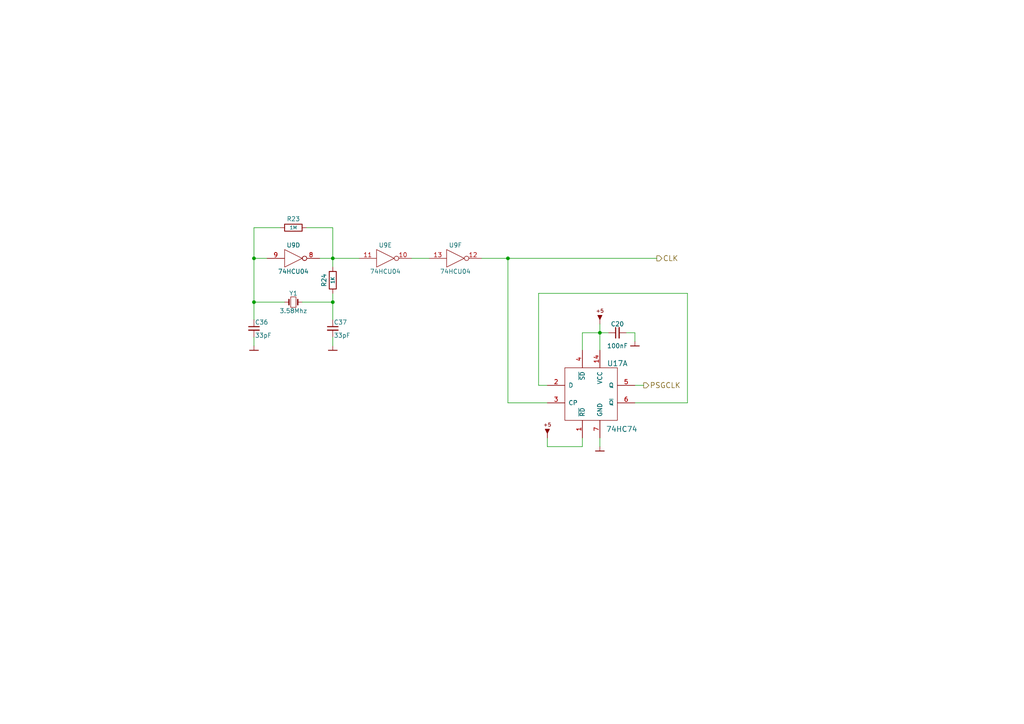
<source format=kicad_sch>
(kicad_sch
	(version 20231120)
	(generator "eeschema")
	(generator_version "8.0")
	(uuid "0ce1dd44-f307-4f98-9f0d-478fd87daa64")
	(paper "A4")
	(lib_symbols
		(symbol "artemisa:74HC74"
			(pin_names
				(offset 1.016)
			)
			(exclude_from_sim no)
			(in_bom yes)
			(on_board yes)
			(property "Reference" "U"
				(at -6.35 8.89 0)
				(effects
					(font
						(size 1.524 1.524)
					)
				)
			)
			(property "Value" "74HC74"
				(at 12.7 -6.35 0)
				(effects
					(font
						(size 1.524 1.524)
					)
				)
			)
			(property "Footprint" ""
				(at -2.54 -5.08 0)
				(effects
					(font
						(size 1.524 1.524)
					)
					(hide yes)
				)
			)
			(property "Datasheet" ""
				(at -2.54 -5.08 0)
				(effects
					(font
						(size 1.524 1.524)
					)
					(hide yes)
				)
			)
			(property "Description" ""
				(at 0 0 0)
				(effects
					(font
						(size 1.27 1.27)
					)
					(hide yes)
				)
			)
			(symbol "74HC74_1_1"
				(rectangle
					(start -7.62 7.62)
					(end 7.62 -7.62)
					(stroke
						(width 0)
						(type default)
					)
					(fill
						(type none)
					)
				)
				(pin input line
					(at -2.54 -12.7 90)
					(length 5.08)
					(name "~{RD}"
						(effects
							(font
								(size 1.27 1.27)
							)
						)
					)
					(number "1"
						(effects
							(font
								(size 1.27 1.27)
							)
						)
					)
				)
				(pin power_in line
					(at 2.54 12.7 270)
					(length 5.08)
					(name "VCC"
						(effects
							(font
								(size 1.27 1.27)
							)
						)
					)
					(number "14"
						(effects
							(font
								(size 1.27 1.27)
							)
						)
					)
				)
				(pin input line
					(at -12.7 2.54 0)
					(length 5.08)
					(name "D"
						(effects
							(font
								(size 1.27 1.27)
							)
						)
					)
					(number "2"
						(effects
							(font
								(size 1.27 1.27)
							)
						)
					)
				)
				(pin input line
					(at -12.7 -2.54 0)
					(length 5.08)
					(name "CP"
						(effects
							(font
								(size 1.27 1.27)
							)
						)
					)
					(number "3"
						(effects
							(font
								(size 1.27 1.27)
							)
						)
					)
				)
				(pin input line
					(at -2.54 12.7 270)
					(length 5.08)
					(name "~{SD}"
						(effects
							(font
								(size 1.27 1.27)
							)
						)
					)
					(number "4"
						(effects
							(font
								(size 1.27 1.27)
							)
						)
					)
				)
				(pin output line
					(at 12.7 2.54 180)
					(length 5.08)
					(name "Q"
						(effects
							(font
								(size 1.27 1.27)
							)
						)
					)
					(number "5"
						(effects
							(font
								(size 1.27 1.27)
							)
						)
					)
				)
				(pin output line
					(at 12.7 -2.54 180)
					(length 5.08)
					(name "~{Q}"
						(effects
							(font
								(size 1.27 1.27)
							)
						)
					)
					(number "6"
						(effects
							(font
								(size 1.27 1.27)
							)
						)
					)
				)
				(pin power_in line
					(at 2.54 -12.7 90)
					(length 5.08)
					(name "GND"
						(effects
							(font
								(size 1.27 1.27)
							)
						)
					)
					(number "7"
						(effects
							(font
								(size 1.27 1.27)
							)
						)
					)
				)
			)
			(symbol "74HC74_2_1"
				(rectangle
					(start -5.08 7.62)
					(end 5.08 -7.62)
					(stroke
						(width 0)
						(type default)
					)
					(fill
						(type none)
					)
				)
				(pin input line
					(at 0 12.7 270)
					(length 5.08)
					(name "~{SD}"
						(effects
							(font
								(size 1.27 1.27)
							)
						)
					)
					(number "10"
						(effects
							(font
								(size 1.27 1.27)
							)
						)
					)
				)
				(pin input line
					(at -10.16 -2.54 0)
					(length 5.08)
					(name "CP"
						(effects
							(font
								(size 1.27 1.27)
							)
						)
					)
					(number "11"
						(effects
							(font
								(size 1.27 1.27)
							)
						)
					)
				)
				(pin input line
					(at -10.16 2.54 0)
					(length 5.08)
					(name "D"
						(effects
							(font
								(size 1.27 1.27)
							)
						)
					)
					(number "12"
						(effects
							(font
								(size 1.27 1.27)
							)
						)
					)
				)
				(pin input line
					(at 0 -12.7 90)
					(length 5.08)
					(name "~{RD}"
						(effects
							(font
								(size 1.27 1.27)
							)
						)
					)
					(number "13"
						(effects
							(font
								(size 1.27 1.27)
							)
						)
					)
				)
				(pin output line
					(at 10.16 -2.54 180)
					(length 5.08)
					(name "~{Q}"
						(effects
							(font
								(size 1.27 1.27)
							)
						)
					)
					(number "8"
						(effects
							(font
								(size 1.27 1.27)
							)
						)
					)
				)
				(pin output line
					(at 10.16 2.54 180)
					(length 5.08)
					(name "Q"
						(effects
							(font
								(size 1.27 1.27)
							)
						)
					)
					(number "9"
						(effects
							(font
								(size 1.27 1.27)
							)
						)
					)
				)
			)
		)
		(symbol "artemisa:74HCU04"
			(pin_names
				(offset 0.762) hide)
			(exclude_from_sim no)
			(in_bom yes)
			(on_board yes)
			(property "Reference" "U"
				(at -7.62 2.54 0)
				(effects
					(font
						(size 1.27 1.27)
					)
				)
			)
			(property "Value" "74HCU04"
				(at -6.35 -1.27 0)
				(effects
					(font
						(size 1.27 1.27)
					)
				)
			)
			(property "Footprint" ""
				(at 0 0 0)
				(effects
					(font
						(size 1.27 1.27)
					)
					(hide yes)
				)
			)
			(property "Datasheet" ""
				(at 0 0 0)
				(effects
					(font
						(size 1.27 1.27)
					)
					(hide yes)
				)
			)
			(property "Description" ""
				(at 0 0 0)
				(effects
					(font
						(size 1.27 1.27)
					)
					(hide yes)
				)
			)
			(symbol "74HCU04_1_1"
				(polyline
					(pts
						(xy -2.54 -2.54) (xy -2.54 2.54) (xy 2.54 0) (xy -2.54 -2.54)
					)
					(stroke
						(width 0)
						(type default)
					)
					(fill
						(type none)
					)
				)
				(text "GND"
					(at 1.27 -3.81 900)
					(effects
						(font
							(size 0.762 0.762)
						)
					)
				)
				(text "VCC"
					(at 1.27 3.81 900)
					(effects
						(font
							(size 0.762 0.762)
						)
					)
				)
				(pin input line
					(at -7.62 0 0)
					(length 5.0038)
					(name "~"
						(effects
							(font
								(size 1.27 1.27)
							)
						)
					)
					(number "1"
						(effects
							(font
								(size 1.27 1.27)
							)
						)
					)
				)
				(pin power_in line
					(at 0 5.08 270)
					(length 3.81)
					(name "VCC"
						(effects
							(font
								(size 1.27 1.27)
							)
						)
					)
					(number "14"
						(effects
							(font
								(size 0.762 0.762)
							)
						)
					)
				)
				(pin output inverted
					(at 7.62 0 180)
					(length 5.0038)
					(name "~"
						(effects
							(font
								(size 1.27 1.27)
							)
						)
					)
					(number "2"
						(effects
							(font
								(size 1.27 1.27)
							)
						)
					)
				)
				(pin power_in line
					(at 0 -5.08 90)
					(length 3.81)
					(name "GND"
						(effects
							(font
								(size 1.27 1.27)
							)
						)
					)
					(number "7"
						(effects
							(font
								(size 0.762 0.762)
							)
						)
					)
				)
			)
			(symbol "74HCU04_1_2"
				(polyline
					(pts
						(xy -2.54 2.54) (xy -2.54 -2.54) (xy 2.54 0) (xy -2.54 2.54)
					)
					(stroke
						(width 0)
						(type default)
					)
					(fill
						(type none)
					)
				)
				(pin input inverted
					(at -7.62 0 0)
					(length 5.08)
					(name "~"
						(effects
							(font
								(size 1.27 1.27)
							)
						)
					)
					(number "1"
						(effects
							(font
								(size 1.27 1.27)
							)
						)
					)
				)
				(pin output line
					(at 7.62 0 180)
					(length 5.08)
					(name "~"
						(effects
							(font
								(size 1.27 1.27)
							)
						)
					)
					(number "2"
						(effects
							(font
								(size 1.27 1.27)
							)
						)
					)
				)
			)
			(symbol "74HCU04_2_1"
				(polyline
					(pts
						(xy -2.54 2.54) (xy -2.54 -2.54) (xy 2.54 0) (xy -2.54 2.54)
					)
					(stroke
						(width 0)
						(type default)
					)
					(fill
						(type none)
					)
				)
				(pin input line
					(at -7.62 0 0)
					(length 5.0038)
					(name "~"
						(effects
							(font
								(size 1.27 1.27)
							)
						)
					)
					(number "3"
						(effects
							(font
								(size 1.27 1.27)
							)
						)
					)
				)
				(pin output inverted
					(at 7.62 0 180)
					(length 5.0038)
					(name "~"
						(effects
							(font
								(size 1.27 1.27)
							)
						)
					)
					(number "4"
						(effects
							(font
								(size 1.27 1.27)
							)
						)
					)
				)
			)
			(symbol "74HCU04_2_2"
				(polyline
					(pts
						(xy -2.54 2.54) (xy -2.54 -2.54) (xy 2.54 0) (xy -2.54 2.54)
					)
					(stroke
						(width 0)
						(type default)
					)
					(fill
						(type none)
					)
				)
				(pin input inverted
					(at -7.62 0 0)
					(length 5.08)
					(name "~"
						(effects
							(font
								(size 1.27 1.27)
							)
						)
					)
					(number "3"
						(effects
							(font
								(size 1.27 1.27)
							)
						)
					)
				)
				(pin output line
					(at 7.62 0 180)
					(length 5.08)
					(name "~"
						(effects
							(font
								(size 1.27 1.27)
							)
						)
					)
					(number "4"
						(effects
							(font
								(size 1.27 1.27)
							)
						)
					)
				)
			)
			(symbol "74HCU04_3_1"
				(polyline
					(pts
						(xy -2.54 2.54) (xy -2.54 -2.54) (xy 2.54 0) (xy -2.54 2.54)
					)
					(stroke
						(width 0)
						(type default)
					)
					(fill
						(type none)
					)
				)
				(pin input line
					(at -7.62 0 0)
					(length 5.0038)
					(name "~"
						(effects
							(font
								(size 1.27 1.27)
							)
						)
					)
					(number "5"
						(effects
							(font
								(size 1.27 1.27)
							)
						)
					)
				)
				(pin output inverted
					(at 7.62 0 180)
					(length 5.0038)
					(name "~"
						(effects
							(font
								(size 1.27 1.27)
							)
						)
					)
					(number "6"
						(effects
							(font
								(size 1.27 1.27)
							)
						)
					)
				)
			)
			(symbol "74HCU04_3_2"
				(polyline
					(pts
						(xy -2.54 2.54) (xy -2.54 -2.54) (xy 2.54 0) (xy -2.54 2.54)
					)
					(stroke
						(width 0)
						(type default)
					)
					(fill
						(type none)
					)
				)
				(pin input inverted
					(at -7.62 0 0)
					(length 5.08)
					(name "~"
						(effects
							(font
								(size 1.27 1.27)
							)
						)
					)
					(number "5"
						(effects
							(font
								(size 1.27 1.27)
							)
						)
					)
				)
				(pin output line
					(at 7.62 0 180)
					(length 5.08)
					(name "~"
						(effects
							(font
								(size 1.27 1.27)
							)
						)
					)
					(number "6"
						(effects
							(font
								(size 1.27 1.27)
							)
						)
					)
				)
			)
			(symbol "74HCU04_4_1"
				(polyline
					(pts
						(xy -2.54 2.54) (xy -2.54 -2.54) (xy 2.54 0) (xy -2.54 2.54)
					)
					(stroke
						(width 0)
						(type default)
					)
					(fill
						(type none)
					)
				)
				(pin output inverted
					(at 7.62 0 180)
					(length 5.0038)
					(name "~"
						(effects
							(font
								(size 1.27 1.27)
							)
						)
					)
					(number "8"
						(effects
							(font
								(size 1.27 1.27)
							)
						)
					)
				)
				(pin input line
					(at -7.62 0 0)
					(length 5.0038)
					(name "~"
						(effects
							(font
								(size 1.27 1.27)
							)
						)
					)
					(number "9"
						(effects
							(font
								(size 1.27 1.27)
							)
						)
					)
				)
			)
			(symbol "74HCU04_4_2"
				(polyline
					(pts
						(xy -2.54 2.54) (xy -2.54 -2.54) (xy 2.54 0) (xy -2.54 2.54)
					)
					(stroke
						(width 0)
						(type default)
					)
					(fill
						(type none)
					)
				)
				(pin output line
					(at 7.62 0 180)
					(length 5.08)
					(name "~"
						(effects
							(font
								(size 1.27 1.27)
							)
						)
					)
					(number "8"
						(effects
							(font
								(size 1.27 1.27)
							)
						)
					)
				)
				(pin input inverted
					(at -7.62 0 0)
					(length 5.08)
					(name "~"
						(effects
							(font
								(size 1.27 1.27)
							)
						)
					)
					(number "9"
						(effects
							(font
								(size 1.27 1.27)
							)
						)
					)
				)
			)
			(symbol "74HCU04_5_1"
				(polyline
					(pts
						(xy -2.54 2.54) (xy -2.54 -2.54) (xy 2.54 0) (xy -2.54 2.54)
					)
					(stroke
						(width 0)
						(type default)
					)
					(fill
						(type none)
					)
				)
				(pin output inverted
					(at 7.62 0 180)
					(length 5.0038)
					(name "~"
						(effects
							(font
								(size 1.27 1.27)
							)
						)
					)
					(number "10"
						(effects
							(font
								(size 1.27 1.27)
							)
						)
					)
				)
				(pin input line
					(at -7.62 0 0)
					(length 5.0038)
					(name "~"
						(effects
							(font
								(size 1.27 1.27)
							)
						)
					)
					(number "11"
						(effects
							(font
								(size 1.27 1.27)
							)
						)
					)
				)
			)
			(symbol "74HCU04_5_2"
				(polyline
					(pts
						(xy -2.54 2.54) (xy -2.54 -2.54) (xy 2.54 0) (xy -2.54 2.54)
					)
					(stroke
						(width 0)
						(type default)
					)
					(fill
						(type none)
					)
				)
				(pin output line
					(at 7.62 0 180)
					(length 5.08)
					(name "~"
						(effects
							(font
								(size 1.27 1.27)
							)
						)
					)
					(number "10"
						(effects
							(font
								(size 1.27 1.27)
							)
						)
					)
				)
				(pin input inverted
					(at -7.62 0 0)
					(length 5.08)
					(name "~"
						(effects
							(font
								(size 1.27 1.27)
							)
						)
					)
					(number "11"
						(effects
							(font
								(size 1.27 1.27)
							)
						)
					)
				)
			)
			(symbol "74HCU04_6_1"
				(polyline
					(pts
						(xy -2.54 2.54) (xy -2.54 -2.54) (xy 2.54 0) (xy -2.54 2.54)
					)
					(stroke
						(width 0)
						(type default)
					)
					(fill
						(type none)
					)
				)
				(pin output inverted
					(at 7.62 0 180)
					(length 5.0038)
					(name "~"
						(effects
							(font
								(size 1.27 1.27)
							)
						)
					)
					(number "12"
						(effects
							(font
								(size 1.27 1.27)
							)
						)
					)
				)
				(pin input line
					(at -7.62 0 0)
					(length 5.0038)
					(name "~"
						(effects
							(font
								(size 1.27 1.27)
							)
						)
					)
					(number "13"
						(effects
							(font
								(size 1.27 1.27)
							)
						)
					)
				)
			)
			(symbol "74HCU04_6_2"
				(polyline
					(pts
						(xy -2.54 2.54) (xy -2.54 -2.54) (xy 2.54 0) (xy -2.54 2.54)
					)
					(stroke
						(width 0)
						(type default)
					)
					(fill
						(type none)
					)
				)
				(pin output line
					(at 7.62 0 180)
					(length 5.08)
					(name "~"
						(effects
							(font
								(size 1.27 1.27)
							)
						)
					)
					(number "12"
						(effects
							(font
								(size 1.27 1.27)
							)
						)
					)
				)
				(pin input inverted
					(at -7.62 0 0)
					(length 5.08)
					(name "~"
						(effects
							(font
								(size 1.27 1.27)
							)
						)
					)
					(number "13"
						(effects
							(font
								(size 1.27 1.27)
							)
						)
					)
				)
			)
		)
		(symbol "artemisa:Cap"
			(pin_numbers hide)
			(pin_names
				(offset 0.254) hide)
			(exclude_from_sim no)
			(in_bom yes)
			(on_board yes)
			(property "Reference" "C"
				(at 0.254 1.778 0)
				(effects
					(font
						(size 1.27 1.27)
					)
					(justify left)
				)
			)
			(property "Value" "Cap"
				(at 0.254 -2.032 0)
				(effects
					(font
						(size 1.27 1.27)
					)
					(justify left)
				)
			)
			(property "Footprint" ""
				(at 0 0 0)
				(effects
					(font
						(size 1.27 1.27)
					)
					(hide yes)
				)
			)
			(property "Datasheet" ""
				(at 0 0 0)
				(effects
					(font
						(size 1.27 1.27)
					)
					(hide yes)
				)
			)
			(property "Description" ""
				(at 0 0 0)
				(effects
					(font
						(size 1.27 1.27)
					)
					(hide yes)
				)
			)
			(property "ki_fp_filters" "C_*"
				(at 0 0 0)
				(effects
					(font
						(size 1.27 1.27)
					)
					(hide yes)
				)
			)
			(symbol "Cap_0_1"
				(polyline
					(pts
						(xy -1.524 -0.508) (xy 1.524 -0.508)
					)
					(stroke
						(width 0.3302)
						(type default)
					)
					(fill
						(type none)
					)
				)
				(polyline
					(pts
						(xy -1.524 0.508) (xy 1.524 0.508)
					)
					(stroke
						(width 0.3048)
						(type default)
					)
					(fill
						(type none)
					)
				)
			)
			(symbol "Cap_1_1"
				(pin passive line
					(at 0 2.54 270)
					(length 2.032)
					(name "~"
						(effects
							(font
								(size 1.27 1.27)
							)
						)
					)
					(number "1"
						(effects
							(font
								(size 1.27 1.27)
							)
						)
					)
				)
				(pin passive line
					(at 0 -2.54 90)
					(length 2.032)
					(name "~"
						(effects
							(font
								(size 1.27 1.27)
							)
						)
					)
					(number "2"
						(effects
							(font
								(size 1.27 1.27)
							)
						)
					)
				)
			)
		)
		(symbol "artemisa:Crystal"
			(pin_numbers hide)
			(pin_names
				(offset 1.016) hide)
			(exclude_from_sim no)
			(in_bom yes)
			(on_board yes)
			(property "Reference" "Y"
				(at 0 2.54 0)
				(effects
					(font
						(size 1.27 1.27)
					)
				)
			)
			(property "Value" "Crystal"
				(at 0 -2.54 0)
				(effects
					(font
						(size 1.27 1.27)
					)
				)
			)
			(property "Footprint" ""
				(at 0 0 0)
				(effects
					(font
						(size 1.27 1.27)
					)
					(hide yes)
				)
			)
			(property "Datasheet" ""
				(at 0 0 0)
				(effects
					(font
						(size 1.27 1.27)
					)
					(hide yes)
				)
			)
			(property "Description" ""
				(at 0 0 0)
				(effects
					(font
						(size 1.27 1.27)
					)
					(hide yes)
				)
			)
			(property "ki_fp_filters" "Crystal*"
				(at 0 0 0)
				(effects
					(font
						(size 1.27 1.27)
					)
					(hide yes)
				)
			)
			(symbol "Crystal_0_1"
				(rectangle
					(start -0.762 -1.524)
					(end 0.762 1.524)
					(stroke
						(width 0)
						(type default)
					)
					(fill
						(type none)
					)
				)
				(polyline
					(pts
						(xy -1.27 -0.762) (xy -1.27 0.762)
					)
					(stroke
						(width 0.381)
						(type default)
					)
					(fill
						(type none)
					)
				)
				(polyline
					(pts
						(xy 1.27 -0.762) (xy 1.27 0.762)
					)
					(stroke
						(width 0.381)
						(type default)
					)
					(fill
						(type none)
					)
				)
			)
			(symbol "Crystal_1_1"
				(pin passive line
					(at -2.54 0 0)
					(length 1.27)
					(name "1"
						(effects
							(font
								(size 1.27 1.27)
							)
						)
					)
					(number "1"
						(effects
							(font
								(size 1.27 1.27)
							)
						)
					)
				)
				(pin passive line
					(at 2.54 0 180)
					(length 1.27)
					(name "2"
						(effects
							(font
								(size 1.27 1.27)
							)
						)
					)
					(number "2"
						(effects
							(font
								(size 1.27 1.27)
							)
						)
					)
				)
			)
		)
		(symbol "artemisa:GND"
			(power)
			(pin_numbers hide)
			(pin_names
				(offset 0) hide)
			(exclude_from_sim no)
			(in_bom yes)
			(on_board yes)
			(property "Reference" "#PWR"
				(at 0 -2.54 0)
				(effects
					(font
						(size 1.524 1.524)
					)
					(hide yes)
				)
			)
			(property "Value" "GND"
				(at 0 2.54 0)
				(effects
					(font
						(size 1.524 1.524)
					)
					(hide yes)
				)
			)
			(property "Footprint" ""
				(at 0 0 0)
				(effects
					(font
						(size 1.524 1.524)
					)
					(hide yes)
				)
			)
			(property "Datasheet" ""
				(at 0 0 0)
				(effects
					(font
						(size 1.524 1.524)
					)
					(hide yes)
				)
			)
			(property "Description" ""
				(at 0 0 0)
				(effects
					(font
						(size 1.27 1.27)
					)
					(hide yes)
				)
			)
			(symbol "GND_0_1"
				(polyline
					(pts
						(xy -1.27 -1.27) (xy 1.27 -1.27)
					)
					(stroke
						(width 0.254)
						(type default)
					)
					(fill
						(type none)
					)
				)
			)
			(symbol "GND_1_1"
				(pin power_in line
					(at 0 0 270)
					(length 1.27)
					(name "GND"
						(effects
							(font
								(size 1.27 1.27)
							)
						)
					)
					(number "~"
						(effects
							(font
								(size 1.27 1.27)
							)
						)
					)
				)
			)
		)
		(symbol "artemisa:R"
			(pin_numbers hide)
			(pin_names
				(offset 1.016)
			)
			(exclude_from_sim no)
			(in_bom yes)
			(on_board yes)
			(property "Reference" "R"
				(at 0 -2.54 0)
				(effects
					(font
						(size 1.524 1.524)
					)
				)
			)
			(property "Value" "R"
				(at 0 0 0)
				(effects
					(font
						(size 1.016 1.016)
					)
				)
			)
			(property "Footprint" ""
				(at 0 0 90)
				(effects
					(font
						(size 1.524 1.524)
					)
					(hide yes)
				)
			)
			(property "Datasheet" ""
				(at 0 0 90)
				(effects
					(font
						(size 1.524 1.524)
					)
					(hide yes)
				)
			)
			(property "Description" ""
				(at 0 0 0)
				(effects
					(font
						(size 1.27 1.27)
					)
					(hide yes)
				)
			)
			(symbol "R_1_1"
				(rectangle
					(start 2.54 -1.016)
					(end -2.54 1.016)
					(stroke
						(width 0.254)
						(type default)
					)
					(fill
						(type none)
					)
				)
				(pin passive line
					(at -3.81 0 0)
					(length 1.27)
					(name "~"
						(effects
							(font
								(size 1.27 1.27)
							)
						)
					)
					(number "1"
						(effects
							(font
								(size 1.27 1.27)
							)
						)
					)
				)
				(pin passive line
					(at 3.81 0 180)
					(length 1.27)
					(name "~"
						(effects
							(font
								(size 1.27 1.27)
							)
						)
					)
					(number "2"
						(effects
							(font
								(size 1.27 1.27)
							)
						)
					)
				)
			)
		)
		(symbol "artemisa:VCC"
			(power)
			(pin_numbers hide)
			(pin_names
				(offset 0) hide)
			(exclude_from_sim no)
			(in_bom yes)
			(on_board yes)
			(property "Reference" "#PWR"
				(at 0 -1.27 0)
				(effects
					(font
						(size 1.524 1.524)
					)
					(hide yes)
				)
			)
			(property "Value" "VCC"
				(at 0 6.35 0)
				(effects
					(font
						(size 1.524 1.524)
					)
					(hide yes)
				)
			)
			(property "Footprint" ""
				(at 0 0 0)
				(effects
					(font
						(size 1.524 1.524)
					)
					(hide yes)
				)
			)
			(property "Datasheet" ""
				(at 0 0 0)
				(effects
					(font
						(size 1.524 1.524)
					)
					(hide yes)
				)
			)
			(property "Description" ""
				(at 0 0 0)
				(effects
					(font
						(size 1.27 1.27)
					)
					(hide yes)
				)
			)
			(symbol "VCC_0_0"
				(text "+5"
					(at 0 3.81 0)
					(effects
						(font
							(size 1.016 1.016)
						)
					)
				)
			)
			(symbol "VCC_0_1"
				(polyline
					(pts
						(xy 0 1.27) (xy 0.635 2.54) (xy -0.635 2.54) (xy 0 1.27)
					)
					(stroke
						(width 0)
						(type default)
					)
					(fill
						(type outline)
					)
				)
			)
			(symbol "VCC_1_1"
				(pin power_in line
					(at 0 0 90)
					(length 1.27)
					(name "~"
						(effects
							(font
								(size 1.27 1.27)
							)
						)
					)
					(number "~"
						(effects
							(font
								(size 1.27 1.27)
							)
						)
					)
				)
			)
		)
	)
	(junction
		(at 73.66 87.63)
		(diameter 0)
		(color 0 0 0 0)
		(uuid "2b25e886-ded1-450a-ada1-ece4208052e4")
	)
	(junction
		(at 73.66 74.93)
		(diameter 0)
		(color 0 0 0 0)
		(uuid "5e6153e6-2c19-46de-9a8e-b310a2a07861")
	)
	(junction
		(at 96.52 87.63)
		(diameter 0)
		(color 0 0 0 0)
		(uuid "62f15a9a-9893-486e-9ad0-ea43f88fc9e7")
	)
	(junction
		(at 147.32 74.93)
		(diameter 0)
		(color 0 0 0 0)
		(uuid "a686ed7c-c2d1-4d29-9d54-727faf9fd6bf")
	)
	(junction
		(at 96.52 74.93)
		(diameter 0)
		(color 0 0 0 0)
		(uuid "c15b2f75-2e10-4b71-bebb-e2b872171b92")
	)
	(junction
		(at 173.99 96.52)
		(diameter 0)
		(color 0 0 0 0)
		(uuid "fe6d9604-2924-4f38-950b-a31e8a281973")
	)
	(wire
		(pts
			(xy 173.99 96.52) (xy 173.99 101.6)
		)
		(stroke
			(width 0)
			(type default)
		)
		(uuid "082aed28-f9e8-49e7-96ee-b5aa9f0319c7")
	)
	(wire
		(pts
			(xy 73.66 87.63) (xy 73.66 92.71)
		)
		(stroke
			(width 0)
			(type default)
		)
		(uuid "09bbea88-8bd7-48ec-baae-1b4a9a11a40e")
	)
	(wire
		(pts
			(xy 81.28 66.04) (xy 73.66 66.04)
		)
		(stroke
			(width 0)
			(type default)
		)
		(uuid "0f0f7bb5-ade7-4a81-82b4-43be6a8ad05c")
	)
	(wire
		(pts
			(xy 173.99 96.52) (xy 176.53 96.52)
		)
		(stroke
			(width 0)
			(type default)
		)
		(uuid "10b20c6b-8045-46d1-a965-0d7dd9a1b5fa")
	)
	(wire
		(pts
			(xy 147.32 74.93) (xy 190.5 74.93)
		)
		(stroke
			(width 0)
			(type default)
		)
		(uuid "15189cef-9045-423b-b4f6-a763d4e75704")
	)
	(wire
		(pts
			(xy 73.66 66.04) (xy 73.66 74.93)
		)
		(stroke
			(width 0)
			(type default)
		)
		(uuid "1cacb878-9da4-41fc-aa80-018bc841e19a")
	)
	(wire
		(pts
			(xy 156.21 111.76) (xy 158.75 111.76)
		)
		(stroke
			(width 0)
			(type default)
		)
		(uuid "291935ec-f8ff-41f0-8717-e68b8af7b8c1")
	)
	(wire
		(pts
			(xy 147.32 116.84) (xy 147.32 74.93)
		)
		(stroke
			(width 0)
			(type default)
		)
		(uuid "2a4111b7-8149-4814-9344-3b8119cd75e4")
	)
	(wire
		(pts
			(xy 158.75 116.84) (xy 147.32 116.84)
		)
		(stroke
			(width 0)
			(type default)
		)
		(uuid "35fb7c56-dc85-43f7-b954-81b8040a8500")
	)
	(wire
		(pts
			(xy 73.66 74.93) (xy 73.66 87.63)
		)
		(stroke
			(width 0)
			(type default)
		)
		(uuid "41c18011-40db-4384-9ba4-c0158d0d9d6a")
	)
	(wire
		(pts
			(xy 96.52 87.63) (xy 96.52 92.71)
		)
		(stroke
			(width 0)
			(type default)
		)
		(uuid "4346fe55-f906-453a-b81a-1c013104a598")
	)
	(wire
		(pts
			(xy 173.99 129.54) (xy 173.99 127)
		)
		(stroke
			(width 0)
			(type default)
		)
		(uuid "4e677390-a246-4ca0-954c-746e0870f88f")
	)
	(wire
		(pts
			(xy 96.52 85.09) (xy 96.52 87.63)
		)
		(stroke
			(width 0)
			(type default)
		)
		(uuid "51cc007a-3378-4ce3-909c-71e94822f8d1")
	)
	(wire
		(pts
			(xy 73.66 87.63) (xy 82.55 87.63)
		)
		(stroke
			(width 0)
			(type default)
		)
		(uuid "5576cd03-3bad-40c5-9316-1d286895d52a")
	)
	(wire
		(pts
			(xy 168.91 127) (xy 168.91 129.54)
		)
		(stroke
			(width 0)
			(type default)
		)
		(uuid "560d05a7-84e4-403a-80d1-f287a4032b8a")
	)
	(wire
		(pts
			(xy 96.52 74.93) (xy 92.71 74.93)
		)
		(stroke
			(width 0)
			(type default)
		)
		(uuid "56d2bc5d-fd72-4542-ab0f-053a5fd60efa")
	)
	(wire
		(pts
			(xy 156.21 85.09) (xy 199.39 85.09)
		)
		(stroke
			(width 0)
			(type default)
		)
		(uuid "59f60168-cced-43c9-aaa5-41a1a8a2f631")
	)
	(wire
		(pts
			(xy 139.7 74.93) (xy 147.32 74.93)
		)
		(stroke
			(width 0)
			(type default)
		)
		(uuid "66ca01b3-51ff-4294-9b77-4492e98f6aec")
	)
	(wire
		(pts
			(xy 156.21 111.76) (xy 156.21 85.09)
		)
		(stroke
			(width 0)
			(type default)
		)
		(uuid "73ee7e03-97a8-4121-b568-c25f3934a935")
	)
	(wire
		(pts
			(xy 186.69 111.76) (xy 184.15 111.76)
		)
		(stroke
			(width 0)
			(type default)
		)
		(uuid "74855e0d-40e4-4940-a544-edae9207b2ea")
	)
	(wire
		(pts
			(xy 158.75 129.54) (xy 168.91 129.54)
		)
		(stroke
			(width 0)
			(type default)
		)
		(uuid "7f064424-06a6-4f5b-87d6-1970ae527766")
	)
	(wire
		(pts
			(xy 168.91 96.52) (xy 168.91 101.6)
		)
		(stroke
			(width 0)
			(type default)
		)
		(uuid "82204892-ec79-4d38-a593-52fb9a9b4b87")
	)
	(wire
		(pts
			(xy 73.66 100.33) (xy 73.66 97.79)
		)
		(stroke
			(width 0)
			(type default)
		)
		(uuid "83184391-76ed-44f0-8cd0-01f89f157bdb")
	)
	(wire
		(pts
			(xy 184.15 99.06) (xy 184.15 96.52)
		)
		(stroke
			(width 0)
			(type default)
		)
		(uuid "8b963561-586b-4575-b721-87e7914602c6")
	)
	(wire
		(pts
			(xy 87.63 87.63) (xy 96.52 87.63)
		)
		(stroke
			(width 0)
			(type default)
		)
		(uuid "96ef76a5-90c3-4767-98ba-2b61887e28d3")
	)
	(wire
		(pts
			(xy 96.52 74.93) (xy 104.14 74.93)
		)
		(stroke
			(width 0)
			(type default)
		)
		(uuid "9f969b13-1795-4747-8326-93bdc304ed56")
	)
	(wire
		(pts
			(xy 158.75 127) (xy 158.75 129.54)
		)
		(stroke
			(width 0)
			(type default)
		)
		(uuid "a2a0f5cc-b5aa-4e3e-8d85-23bdc2f59aec")
	)
	(wire
		(pts
			(xy 96.52 66.04) (xy 96.52 74.93)
		)
		(stroke
			(width 0)
			(type default)
		)
		(uuid "b2b363dd-8e47-4a76-a142-e00e28334875")
	)
	(wire
		(pts
			(xy 173.99 96.52) (xy 168.91 96.52)
		)
		(stroke
			(width 0)
			(type default)
		)
		(uuid "b8c8c7a1-d546-4878-9de9-463ec76dff98")
	)
	(wire
		(pts
			(xy 96.52 74.93) (xy 96.52 77.47)
		)
		(stroke
			(width 0)
			(type default)
		)
		(uuid "c512fed3-9770-476b-b048-e781b4f3cd72")
	)
	(wire
		(pts
			(xy 96.52 66.04) (xy 88.9 66.04)
		)
		(stroke
			(width 0)
			(type default)
		)
		(uuid "cb1a49ef-0a06-4f40-9008-61d1d1c36198")
	)
	(wire
		(pts
			(xy 124.46 74.93) (xy 119.38 74.93)
		)
		(stroke
			(width 0)
			(type default)
		)
		(uuid "d655bb0a-cbf9-4908-ad60-7024ff468fbd")
	)
	(wire
		(pts
			(xy 199.39 116.84) (xy 199.39 85.09)
		)
		(stroke
			(width 0)
			(type default)
		)
		(uuid "d68dca9b-48b3-498b-9b5f-3b3838250f82")
	)
	(wire
		(pts
			(xy 184.15 96.52) (xy 181.61 96.52)
		)
		(stroke
			(width 0)
			(type default)
		)
		(uuid "da862bae-4511-4bb9-b18d-fa60a2737feb")
	)
	(wire
		(pts
			(xy 96.52 100.33) (xy 96.52 97.79)
		)
		(stroke
			(width 0)
			(type default)
		)
		(uuid "db6412d3-e6c3-4bdd-abf4-a8f55d56df31")
	)
	(wire
		(pts
			(xy 173.99 96.52) (xy 173.99 93.98)
		)
		(stroke
			(width 0)
			(type default)
		)
		(uuid "ef94502b-f22d-4da7-a17f-4100090b03a1")
	)
	(wire
		(pts
			(xy 184.15 116.84) (xy 199.39 116.84)
		)
		(stroke
			(width 0)
			(type default)
		)
		(uuid "f6a3288e-9575-42bb-af05-a920d59aded8")
	)
	(wire
		(pts
			(xy 77.47 74.93) (xy 73.66 74.93)
		)
		(stroke
			(width 0)
			(type default)
		)
		(uuid "f6a5c856-f2b5-40eb-a958-b666a0d408a0")
	)
	(hierarchical_label "PSGCLK"
		(shape output)
		(at 186.69 111.76 0)
		(fields_autoplaced yes)
		(effects
			(font
				(size 1.524 1.524)
			)
			(justify left)
		)
		(uuid "a239fd1d-dfbb-49fd-b565-8c3de9dcf42b")
	)
	(hierarchical_label "CLK"
		(shape output)
		(at 190.5 74.93 0)
		(fields_autoplaced yes)
		(effects
			(font
				(size 1.524 1.524)
			)
			(justify left)
		)
		(uuid "b9d4de74-d246-495d-8b63-12ab2133d6d6")
	)
	(symbol
		(lib_id "artemisa:Crystal")
		(at 85.09 87.63 0)
		(unit 1)
		(exclude_from_sim no)
		(in_bom yes)
		(on_board yes)
		(dnp no)
		(uuid "00000000-0000-0000-0000-00005bf8884a")
		(property "Reference" "Y1"
			(at 85.09 85.09 0)
			(effects
				(font
					(size 1.27 1.27)
				)
			)
		)
		(property "Value" "3.58Mhz"
			(at 85.09 90.17 0)
			(effects
				(font
					(size 1.27 1.27)
				)
			)
		)
		(property "Footprint" "artemisa:Crystal"
			(at 85.09 87.63 0)
			(effects
				(font
					(size 1.27 1.27)
				)
				(hide yes)
			)
		)
		(property "Datasheet" ""
			(at 85.09 87.63 0)
			(effects
				(font
					(size 1.27 1.27)
				)
				(hide yes)
			)
		)
		(property "Description" ""
			(at 85.09 87.63 0)
			(effects
				(font
					(size 1.27 1.27)
				)
				(hide yes)
			)
		)
		(pin "1"
			(uuid "bca00d08-1d1a-4671-abf5-2a3e69bc9ac6")
		)
		(pin "2"
			(uuid "5c1f794e-f46f-47ee-9ff4-80d57ea4af19")
		)
		(instances
			(project ""
				(path "/e63e39d7-6ac0-4ffd-8aa3-1841a4541b55/00000000-0000-0000-0000-00005bf74a85"
					(reference "Y1")
					(unit 1)
				)
			)
		)
	)
	(symbol
		(lib_id "artemisa:Cap")
		(at 73.66 95.25 0)
		(unit 1)
		(exclude_from_sim no)
		(in_bom yes)
		(on_board yes)
		(dnp no)
		(uuid "00000000-0000-0000-0000-00005bf88851")
		(property "Reference" "C36"
			(at 73.914 93.472 0)
			(effects
				(font
					(size 1.27 1.27)
				)
				(justify left)
			)
		)
		(property "Value" "33pF"
			(at 73.914 97.282 0)
			(effects
				(font
					(size 1.27 1.27)
				)
				(justify left)
			)
		)
		(property "Footprint" "artemisa:Disc_capacitor"
			(at 73.66 95.25 0)
			(effects
				(font
					(size 1.27 1.27)
				)
				(hide yes)
			)
		)
		(property "Datasheet" ""
			(at 73.66 95.25 0)
			(effects
				(font
					(size 1.27 1.27)
				)
				(hide yes)
			)
		)
		(property "Description" ""
			(at 73.66 95.25 0)
			(effects
				(font
					(size 1.27 1.27)
				)
				(hide yes)
			)
		)
		(pin "1"
			(uuid "3edf4ad6-d132-45a4-8ed7-00927515ef53")
		)
		(pin "2"
			(uuid "e23778c8-498f-4f3c-a496-ca7948cd8002")
		)
		(instances
			(project ""
				(path "/e63e39d7-6ac0-4ffd-8aa3-1841a4541b55/00000000-0000-0000-0000-00005bf74a85"
					(reference "C36")
					(unit 1)
				)
			)
		)
	)
	(symbol
		(lib_id "artemisa:Cap")
		(at 96.52 95.25 0)
		(unit 1)
		(exclude_from_sim no)
		(in_bom yes)
		(on_board yes)
		(dnp no)
		(uuid "00000000-0000-0000-0000-00005bf88858")
		(property "Reference" "C37"
			(at 96.774 93.472 0)
			(effects
				(font
					(size 1.27 1.27)
				)
				(justify left)
			)
		)
		(property "Value" "33pF"
			(at 96.774 97.282 0)
			(effects
				(font
					(size 1.27 1.27)
				)
				(justify left)
			)
		)
		(property "Footprint" "artemisa:Disc_capacitor"
			(at 96.52 95.25 0)
			(effects
				(font
					(size 1.27 1.27)
				)
				(hide yes)
			)
		)
		(property "Datasheet" ""
			(at 96.52 95.25 0)
			(effects
				(font
					(size 1.27 1.27)
				)
				(hide yes)
			)
		)
		(property "Description" ""
			(at 96.52 95.25 0)
			(effects
				(font
					(size 1.27 1.27)
				)
				(hide yes)
			)
		)
		(pin "1"
			(uuid "46e9332d-c795-4bf9-ac30-672c9f0dc01b")
		)
		(pin "2"
			(uuid "1aed41db-dfd3-4b90-b7a1-5c94e9557cf1")
		)
		(instances
			(project ""
				(path "/e63e39d7-6ac0-4ffd-8aa3-1841a4541b55/00000000-0000-0000-0000-00005bf74a85"
					(reference "C37")
					(unit 1)
				)
			)
		)
	)
	(symbol
		(lib_id "artemisa:74HCU04")
		(at 85.09 74.93 0)
		(unit 4)
		(exclude_from_sim no)
		(in_bom yes)
		(on_board yes)
		(dnp no)
		(uuid "00000000-0000-0000-0000-00005bf8886e")
		(property "Reference" "U9"
			(at 85.09 71.12 0)
			(effects
				(font
					(size 1.27 1.27)
				)
			)
		)
		(property "Value" "74HCU04"
			(at 85.09 78.74 0)
			(effects
				(font
					(size 1.27 1.27)
				)
			)
		)
		(property "Footprint" "artemisa:DIP-14_300"
			(at 85.09 74.93 0)
			(effects
				(font
					(size 1.27 1.27)
				)
				(hide yes)
			)
		)
		(property "Datasheet" ""
			(at 85.09 74.93 0)
			(effects
				(font
					(size 1.27 1.27)
				)
				(hide yes)
			)
		)
		(property "Description" ""
			(at 85.09 74.93 0)
			(effects
				(font
					(size 1.27 1.27)
				)
				(hide yes)
			)
		)
		(pin "1"
			(uuid "7718da40-efa4-4e34-a267-870901c29b55")
		)
		(pin "14"
			(uuid "3ec49490-906f-4a46-929c-b30b1502736b")
		)
		(pin "2"
			(uuid "4dcf12f0-d22f-49eb-aa1b-3474b4dab3ed")
		)
		(pin "7"
			(uuid "91ffa1de-4bff-4918-b879-52ed70dec913")
		)
		(pin "3"
			(uuid "a33778ae-6c6a-48d8-8b4c-745bf59d1391")
		)
		(pin "4"
			(uuid "819438cd-eb04-49f4-9ba8-859316429688")
		)
		(pin "5"
			(uuid "abc425ae-34db-440c-baf2-199506429483")
		)
		(pin "6"
			(uuid "4f46b8e8-9e73-4b6a-8e59-fbe50391f07b")
		)
		(pin "8"
			(uuid "365ed274-ece5-479d-b394-a22ea72d34fa")
		)
		(pin "9"
			(uuid "88afed53-0ec6-40ea-9b0f-1706cb8cd6a8")
		)
		(pin "10"
			(uuid "9cedd501-5f1f-4872-8443-b4cd2ed87a12")
		)
		(pin "11"
			(uuid "c3ae173e-fd64-439b-98c6-e5ca41528bd9")
		)
		(pin "12"
			(uuid "6b3f8bcc-3de8-4f39-8ed0-7c34895de042")
		)
		(pin "13"
			(uuid "1095e07d-8c1c-40df-abaa-9cd930a13e62")
		)
		(instances
			(project ""
				(path "/e63e39d7-6ac0-4ffd-8aa3-1841a4541b55/00000000-0000-0000-0000-00005bf74a85"
					(reference "U9")
					(unit 4)
				)
			)
		)
	)
	(symbol
		(lib_id "artemisa:74HCU04")
		(at 111.76 74.93 0)
		(unit 5)
		(exclude_from_sim no)
		(in_bom yes)
		(on_board yes)
		(dnp no)
		(uuid "00000000-0000-0000-0000-00005bf88875")
		(property "Reference" "U9"
			(at 111.76 71.12 0)
			(effects
				(font
					(size 1.27 1.27)
				)
			)
		)
		(property "Value" "74HCU04"
			(at 111.76 78.74 0)
			(effects
				(font
					(size 1.27 1.27)
				)
			)
		)
		(property "Footprint" "artemisa:DIP-14_300"
			(at 111.76 74.93 0)
			(effects
				(font
					(size 1.27 1.27)
				)
				(hide yes)
			)
		)
		(property "Datasheet" ""
			(at 111.76 74.93 0)
			(effects
				(font
					(size 1.27 1.27)
				)
				(hide yes)
			)
		)
		(property "Description" ""
			(at 111.76 74.93 0)
			(effects
				(font
					(size 1.27 1.27)
				)
				(hide yes)
			)
		)
		(pin "1"
			(uuid "59105f9e-ada0-43e1-b3fb-c68ff75361e5")
		)
		(pin "14"
			(uuid "dfa64e3a-853f-45da-b6d7-93e2561a9b32")
		)
		(pin "2"
			(uuid "52989783-c2ed-45d3-950f-2c6b6662bce9")
		)
		(pin "7"
			(uuid "125b7ac6-58f8-4648-989a-7cb26078849e")
		)
		(pin "3"
			(uuid "c1af82fd-462e-47ca-b7fb-c897785e1a3e")
		)
		(pin "4"
			(uuid "65840528-ae86-4ed9-af78-7b21e0f683c8")
		)
		(pin "5"
			(uuid "d4839c2b-a8ac-4cb1-92a9-e61030bbd675")
		)
		(pin "6"
			(uuid "79401260-2f1e-4ed0-ada7-f2b90f89f5c6")
		)
		(pin "8"
			(uuid "b64b9c63-ae51-42f0-ac58-38094e4e141c")
		)
		(pin "9"
			(uuid "3d8e7201-6ce5-4a8e-862f-faa744c79c67")
		)
		(pin "10"
			(uuid "ee38aec0-5beb-4800-bc27-4f11cb44b86c")
		)
		(pin "11"
			(uuid "c579da56-4f9a-4f3d-b913-557f4d7be3b4")
		)
		(pin "12"
			(uuid "84b0d34f-561e-4159-b869-09ac10a3659e")
		)
		(pin "13"
			(uuid "bebef2ce-b901-44fd-84a6-49ad9d2cf651")
		)
		(instances
			(project ""
				(path "/e63e39d7-6ac0-4ffd-8aa3-1841a4541b55/00000000-0000-0000-0000-00005bf74a85"
					(reference "U9")
					(unit 5)
				)
			)
		)
	)
	(symbol
		(lib_id "artemisa:R")
		(at 96.52 81.28 90)
		(unit 1)
		(exclude_from_sim no)
		(in_bom yes)
		(on_board yes)
		(dnp no)
		(uuid "00000000-0000-0000-0000-00005bf8887c")
		(property "Reference" "R24"
			(at 93.98 81.28 0)
			(effects
				(font
					(size 1.27 1.27)
				)
			)
		)
		(property "Value" "1K"
			(at 96.52 81.28 0)
			(effects
				(font
					(size 0.9906 0.9906)
				)
			)
		)
		(property "Footprint" "artemisa:Axial_resistor"
			(at 96.52 83.058 90)
			(effects
				(font
					(size 1.27 1.27)
				)
				(hide yes)
			)
		)
		(property "Datasheet" ""
			(at 96.52 81.28 0)
			(effects
				(font
					(size 1.27 1.27)
				)
				(hide yes)
			)
		)
		(property "Description" ""
			(at 96.52 81.28 0)
			(effects
				(font
					(size 1.27 1.27)
				)
				(hide yes)
			)
		)
		(pin "1"
			(uuid "82f2e0d6-2fda-41d6-9b1f-1d94d4f9cb34")
		)
		(pin "2"
			(uuid "9cb58f46-f724-447a-977f-c25c4fa3c7c4")
		)
		(instances
			(project ""
				(path "/e63e39d7-6ac0-4ffd-8aa3-1841a4541b55/00000000-0000-0000-0000-00005bf74a85"
					(reference "R24")
					(unit 1)
				)
			)
		)
	)
	(symbol
		(lib_id "artemisa:R")
		(at 85.09 66.04 0)
		(unit 1)
		(exclude_from_sim no)
		(in_bom yes)
		(on_board yes)
		(dnp no)
		(uuid "00000000-0000-0000-0000-00005bf88889")
		(property "Reference" "R23"
			(at 85.09 63.5 0)
			(effects
				(font
					(size 1.27 1.27)
				)
			)
		)
		(property "Value" "1M"
			(at 85.09 66.04 0)
			(effects
				(font
					(size 0.9906 0.9906)
				)
			)
		)
		(property "Footprint" "artemisa:Axial_resistor"
			(at 83.312 66.04 90)
			(effects
				(font
					(size 1.27 1.27)
				)
				(hide yes)
			)
		)
		(property "Datasheet" ""
			(at 85.09 66.04 0)
			(effects
				(font
					(size 1.27 1.27)
				)
				(hide yes)
			)
		)
		(property "Description" ""
			(at 85.09 66.04 0)
			(effects
				(font
					(size 1.27 1.27)
				)
				(hide yes)
			)
		)
		(pin "1"
			(uuid "8289d44a-3294-48d7-9aaf-7acd858828dc")
		)
		(pin "2"
			(uuid "3fac1ffd-dad4-476c-b799-25824aef20cf")
		)
		(instances
			(project ""
				(path "/e63e39d7-6ac0-4ffd-8aa3-1841a4541b55/00000000-0000-0000-0000-00005bf74a85"
					(reference "R23")
					(unit 1)
				)
			)
		)
	)
	(symbol
		(lib_id "artemisa:74HCU04")
		(at 132.08 74.93 0)
		(unit 6)
		(exclude_from_sim no)
		(in_bom yes)
		(on_board yes)
		(dnp no)
		(uuid "00000000-0000-0000-0000-00005bf8889a")
		(property "Reference" "U9"
			(at 132.08 71.12 0)
			(effects
				(font
					(size 1.27 1.27)
				)
			)
		)
		(property "Value" "74HCU04"
			(at 132.08 78.74 0)
			(effects
				(font
					(size 1.27 1.27)
				)
			)
		)
		(property "Footprint" "artemisa:DIP-14_300"
			(at 132.08 74.93 0)
			(effects
				(font
					(size 1.27 1.27)
				)
				(hide yes)
			)
		)
		(property "Datasheet" ""
			(at 132.08 74.93 0)
			(effects
				(font
					(size 1.27 1.27)
				)
				(hide yes)
			)
		)
		(property "Description" ""
			(at 132.08 74.93 0)
			(effects
				(font
					(size 1.27 1.27)
				)
				(hide yes)
			)
		)
		(pin "1"
			(uuid "d359f93e-704c-4d39-a437-9e6ae37eeb8f")
		)
		(pin "14"
			(uuid "3fd0b65e-9dcc-4cde-917a-b3cacc42de47")
		)
		(pin "2"
			(uuid "0e463808-51a8-4fe7-a3dd-e5cba2e81679")
		)
		(pin "7"
			(uuid "2be5b708-76d3-4fa2-bd24-ba040ea870cf")
		)
		(pin "3"
			(uuid "06238c72-f351-48ec-8a71-67d629a9b0b4")
		)
		(pin "4"
			(uuid "518bc6cb-8998-45f3-9ca5-d6ef52682784")
		)
		(pin "5"
			(uuid "3e338933-e9f4-45de-9ca2-d8dcfcaf8f59")
		)
		(pin "6"
			(uuid "f5677c41-5f29-4841-b647-470fd7be97f4")
		)
		(pin "8"
			(uuid "dd68fbf7-1b9e-464f-b0f8-c410d28cca58")
		)
		(pin "9"
			(uuid "9533c33a-6bad-4dda-b0d3-7708db91a8a9")
		)
		(pin "10"
			(uuid "e8f1b820-faa5-4505-aec2-16ae742413fe")
		)
		(pin "11"
			(uuid "716d3e07-623e-497f-945c-16daf2a02cec")
		)
		(pin "12"
			(uuid "32b13f48-766e-4a55-8288-076cc8c02164")
		)
		(pin "13"
			(uuid "8f823fa7-9625-488d-86a8-edebc666e2b1")
		)
		(instances
			(project ""
				(path "/e63e39d7-6ac0-4ffd-8aa3-1841a4541b55/00000000-0000-0000-0000-00005bf74a85"
					(reference "U9")
					(unit 6)
				)
			)
		)
	)
	(symbol
		(lib_id "artemisa:74HC74")
		(at 171.45 114.3 0)
		(unit 1)
		(exclude_from_sim no)
		(in_bom yes)
		(on_board yes)
		(dnp no)
		(uuid "00000000-0000-0000-0000-00005bfe5cc0")
		(property "Reference" "U17"
			(at 179.07 105.41 0)
			(effects
				(font
					(size 1.524 1.524)
				)
			)
		)
		(property "Value" "74HC74"
			(at 180.34 124.46 0)
			(effects
				(font
					(size 1.524 1.524)
				)
			)
		)
		(property "Footprint" "artemisa:DIP-14_300"
			(at 171.45 119.38 0)
			(effects
				(font
					(size 1.524 1.524)
				)
				(hide yes)
			)
		)
		(property "Datasheet" ""
			(at 171.45 119.38 0)
			(effects
				(font
					(size 1.524 1.524)
				)
				(hide yes)
			)
		)
		(property "Description" ""
			(at 171.45 114.3 0)
			(effects
				(font
					(size 1.27 1.27)
				)
				(hide yes)
			)
		)
		(pin "1"
			(uuid "c6046fbf-8926-4dbf-8b01-5220e4d2de37")
		)
		(pin "14"
			(uuid "2b6301a3-5467-4fc1-bb31-50e77447df18")
		)
		(pin "2"
			(uuid "8c077155-3d1b-4c61-8ad6-aa7da49ff67a")
		)
		(pin "3"
			(uuid "f5c2b239-25c2-4a77-b83f-96c3fdbe7817")
		)
		(pin "4"
			(uuid "5f70a067-b3bd-48a3-8ea3-c9f50586f7c5")
		)
		(pin "5"
			(uuid "22e3c59c-b0c7-47c4-8072-845a74a60838")
		)
		(pin "6"
			(uuid "00d35d35-a124-4754-a19e-a3136e64fbfa")
		)
		(pin "7"
			(uuid "d2a2d595-c71b-425e-a2be-8543c0300d91")
		)
		(pin "10"
			(uuid "e47e6e95-0956-4169-b0b3-7209e279c08c")
		)
		(pin "11"
			(uuid "00f581e5-cd74-4331-848f-de2ca93f7f36")
		)
		(pin "12"
			(uuid "9e838fb8-ba8a-4829-aa7e-5c1e4f925533")
		)
		(pin "13"
			(uuid "19f50e7a-18b3-487b-b35e-21be3ffa34e5")
		)
		(pin "8"
			(uuid "b6ca9688-23ae-4b35-8e30-96a2f33dbe4d")
		)
		(pin "9"
			(uuid "ea5d18f5-d505-4f66-9596-373e2236d623")
		)
		(instances
			(project ""
				(path "/e63e39d7-6ac0-4ffd-8aa3-1841a4541b55/00000000-0000-0000-0000-00005bf74a85"
					(reference "U17")
					(unit 1)
				)
			)
		)
	)
	(symbol
		(lib_id "artemisa:VCC")
		(at 173.99 93.98 0)
		(unit 1)
		(exclude_from_sim no)
		(in_bom yes)
		(on_board yes)
		(dnp no)
		(uuid "00000000-0000-0000-0000-00005db548b1")
		(property "Reference" "#PWR0127"
			(at 173.99 95.25 0)
			(effects
				(font
					(size 1.524 1.524)
				)
				(hide yes)
			)
		)
		(property "Value" "VCC"
			(at 173.99 87.63 0)
			(effects
				(font
					(size 1.524 1.524)
				)
				(hide yes)
			)
		)
		(property "Footprint" ""
			(at 173.99 93.98 0)
			(effects
				(font
					(size 1.524 1.524)
				)
				(hide yes)
			)
		)
		(property "Datasheet" ""
			(at 173.99 93.98 0)
			(effects
				(font
					(size 1.524 1.524)
				)
				(hide yes)
			)
		)
		(property "Description" ""
			(at 173.99 93.98 0)
			(effects
				(font
					(size 1.27 1.27)
				)
				(hide yes)
			)
		)
		(pin "~"
			(uuid "fa339bd6-bf6d-4b68-82ab-db053b651a3e")
		)
		(instances
			(project ""
				(path "/e63e39d7-6ac0-4ffd-8aa3-1841a4541b55/00000000-0000-0000-0000-00005bf74a85"
					(reference "#PWR0127")
					(unit 1)
				)
			)
		)
	)
	(symbol
		(lib_id "artemisa:GND")
		(at 96.52 100.33 0)
		(unit 1)
		(exclude_from_sim no)
		(in_bom yes)
		(on_board yes)
		(dnp no)
		(uuid "00000000-0000-0000-0000-00005db55aa4")
		(property "Reference" "#PWR0129"
			(at 96.52 102.87 0)
			(effects
				(font
					(size 1.524 1.524)
				)
				(hide yes)
			)
		)
		(property "Value" "GND"
			(at 96.52 97.79 0)
			(effects
				(font
					(size 1.524 1.524)
				)
				(hide yes)
			)
		)
		(property "Footprint" ""
			(at 96.52 100.33 0)
			(effects
				(font
					(size 1.524 1.524)
				)
				(hide yes)
			)
		)
		(property "Datasheet" ""
			(at 96.52 100.33 0)
			(effects
				(font
					(size 1.524 1.524)
				)
				(hide yes)
			)
		)
		(property "Description" ""
			(at 96.52 100.33 0)
			(effects
				(font
					(size 1.27 1.27)
				)
				(hide yes)
			)
		)
		(pin "~"
			(uuid "42ac3088-9453-4c74-ad7f-9a2bd627cf97")
		)
		(instances
			(project ""
				(path "/e63e39d7-6ac0-4ffd-8aa3-1841a4541b55/00000000-0000-0000-0000-00005bf74a85"
					(reference "#PWR0129")
					(unit 1)
				)
			)
		)
	)
	(symbol
		(lib_id "artemisa:GND")
		(at 73.66 100.33 0)
		(unit 1)
		(exclude_from_sim no)
		(in_bom yes)
		(on_board yes)
		(dnp no)
		(uuid "00000000-0000-0000-0000-00005db56097")
		(property "Reference" "#PWR0128"
			(at 73.66 102.87 0)
			(effects
				(font
					(size 1.524 1.524)
				)
				(hide yes)
			)
		)
		(property "Value" "GND"
			(at 73.66 97.79 0)
			(effects
				(font
					(size 1.524 1.524)
				)
				(hide yes)
			)
		)
		(property "Footprint" ""
			(at 73.66 100.33 0)
			(effects
				(font
					(size 1.524 1.524)
				)
				(hide yes)
			)
		)
		(property "Datasheet" ""
			(at 73.66 100.33 0)
			(effects
				(font
					(size 1.524 1.524)
				)
				(hide yes)
			)
		)
		(property "Description" ""
			(at 73.66 100.33 0)
			(effects
				(font
					(size 1.27 1.27)
				)
				(hide yes)
			)
		)
		(pin "~"
			(uuid "f05cc04a-65ae-4584-8a19-9f6fce221bd7")
		)
		(instances
			(project ""
				(path "/e63e39d7-6ac0-4ffd-8aa3-1841a4541b55/00000000-0000-0000-0000-00005bf74a85"
					(reference "#PWR0128")
					(unit 1)
				)
			)
		)
	)
	(symbol
		(lib_id "artemisa:Cap")
		(at 179.07 96.52 90)
		(unit 1)
		(exclude_from_sim no)
		(in_bom yes)
		(on_board yes)
		(dnp no)
		(uuid "00000000-0000-0000-0000-00006089e90e")
		(property "Reference" "C20"
			(at 179.07 93.98 90)
			(effects
				(font
					(size 1.27 1.27)
				)
			)
		)
		(property "Value" "100nF"
			(at 179.07 100.33 90)
			(effects
				(font
					(size 1.27 1.27)
				)
			)
		)
		(property "Footprint" "artemisa:Disc_capacitor"
			(at 179.07 96.52 0)
			(effects
				(font
					(size 1.27 1.27)
				)
				(hide yes)
			)
		)
		(property "Datasheet" ""
			(at 179.07 96.52 0)
			(effects
				(font
					(size 1.27 1.27)
				)
				(hide yes)
			)
		)
		(property "Description" ""
			(at 179.07 96.52 0)
			(effects
				(font
					(size 1.27 1.27)
				)
				(hide yes)
			)
		)
		(pin "1"
			(uuid "b9a867ad-70c3-403b-8dbc-e360f8d87bd9")
		)
		(pin "2"
			(uuid "e69c376f-0145-4dad-8d57-6f88c3b8a73e")
		)
		(instances
			(project ""
				(path "/e63e39d7-6ac0-4ffd-8aa3-1841a4541b55/00000000-0000-0000-0000-00005bf74a85"
					(reference "C20")
					(unit 1)
				)
			)
		)
	)
	(symbol
		(lib_id "artemisa:VCC")
		(at 158.75 127 0)
		(unit 1)
		(exclude_from_sim no)
		(in_bom yes)
		(on_board yes)
		(dnp no)
		(uuid "00000000-0000-0000-0000-00006116a280")
		(property "Reference" "#PWR0130"
			(at 158.75 128.27 0)
			(effects
				(font
					(size 1.524 1.524)
				)
				(hide yes)
			)
		)
		(property "Value" "VCC"
			(at 158.75 120.65 0)
			(effects
				(font
					(size 1.524 1.524)
				)
				(hide yes)
			)
		)
		(property "Footprint" ""
			(at 158.75 127 0)
			(effects
				(font
					(size 1.524 1.524)
				)
				(hide yes)
			)
		)
		(property "Datasheet" ""
			(at 158.75 127 0)
			(effects
				(font
					(size 1.524 1.524)
				)
				(hide yes)
			)
		)
		(property "Description" ""
			(at 158.75 127 0)
			(effects
				(font
					(size 1.27 1.27)
				)
				(hide yes)
			)
		)
		(pin "~"
			(uuid "084f3920-ec06-49e3-a9ee-bf3aa2d0a318")
		)
		(instances
			(project ""
				(path "/e63e39d7-6ac0-4ffd-8aa3-1841a4541b55/00000000-0000-0000-0000-00005bf74a85"
					(reference "#PWR0130")
					(unit 1)
				)
			)
		)
	)
	(symbol
		(lib_id "artemisa:GND")
		(at 184.15 99.06 0)
		(unit 1)
		(exclude_from_sim no)
		(in_bom yes)
		(on_board yes)
		(dnp no)
		(uuid "00000000-0000-0000-0000-0000611788c4")
		(property "Reference" "#PWR0163"
			(at 184.15 101.6 0)
			(effects
				(font
					(size 1.524 1.524)
				)
				(hide yes)
			)
		)
		(property "Value" "GND"
			(at 184.15 96.52 0)
			(effects
				(font
					(size 1.524 1.524)
				)
				(hide yes)
			)
		)
		(property "Footprint" ""
			(at 184.15 99.06 0)
			(effects
				(font
					(size 1.524 1.524)
				)
				(hide yes)
			)
		)
		(property "Datasheet" ""
			(at 184.15 99.06 0)
			(effects
				(font
					(size 1.524 1.524)
				)
				(hide yes)
			)
		)
		(property "Description" ""
			(at 184.15 99.06 0)
			(effects
				(font
					(size 1.27 1.27)
				)
				(hide yes)
			)
		)
		(pin "~"
			(uuid "46cb0465-6dd3-4c9e-ae0a-84609ba2c54d")
		)
		(instances
			(project ""
				(path "/e63e39d7-6ac0-4ffd-8aa3-1841a4541b55/00000000-0000-0000-0000-00005bf74a85"
					(reference "#PWR0163")
					(unit 1)
				)
			)
		)
	)
	(symbol
		(lib_id "artemisa:GND")
		(at 173.99 129.54 0)
		(unit 1)
		(exclude_from_sim no)
		(in_bom yes)
		(on_board yes)
		(dnp no)
		(uuid "00000000-0000-0000-0000-00006117b052")
		(property "Reference" "#PWR0179"
			(at 173.99 132.08 0)
			(effects
				(font
					(size 1.524 1.524)
				)
				(hide yes)
			)
		)
		(property "Value" "GND"
			(at 173.99 127 0)
			(effects
				(font
					(size 1.524 1.524)
				)
				(hide yes)
			)
		)
		(property "Footprint" ""
			(at 173.99 129.54 0)
			(effects
				(font
					(size 1.524 1.524)
				)
				(hide yes)
			)
		)
		(property "Datasheet" ""
			(at 173.99 129.54 0)
			(effects
				(font
					(size 1.524 1.524)
				)
				(hide yes)
			)
		)
		(property "Description" ""
			(at 173.99 129.54 0)
			(effects
				(font
					(size 1.27 1.27)
				)
				(hide yes)
			)
		)
		(pin "~"
			(uuid "cb316056-8909-486a-bf5b-649b06f9f1d8")
		)
		(instances
			(project ""
				(path "/e63e39d7-6ac0-4ffd-8aa3-1841a4541b55/00000000-0000-0000-0000-00005bf74a85"
					(reference "#PWR0179")
					(unit 1)
				)
			)
		)
	)
)

</source>
